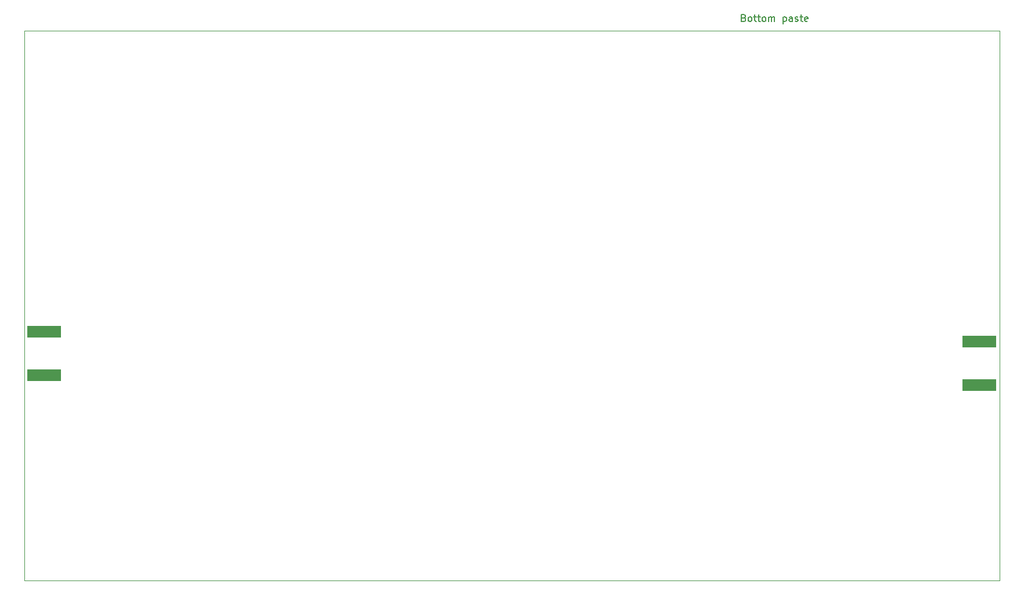
<source format=gbr>
G04 #@! TF.GenerationSoftware,KiCad,Pcbnew,(5.1.6)-1*
G04 #@! TF.CreationDate,2020-09-08T15:56:58+05:30*
G04 #@! TF.ProjectId,rj-2-4ghz-filter-amp,726a2d32-2d34-4676-987a-2d66696c7465,rev?*
G04 #@! TF.SameCoordinates,Original*
G04 #@! TF.FileFunction,Paste,Bot*
G04 #@! TF.FilePolarity,Positive*
%FSLAX46Y46*%
G04 Gerber Fmt 4.6, Leading zero omitted, Abs format (unit mm)*
G04 Created by KiCad (PCBNEW (5.1.6)-1) date 2020-09-08 15:56:58*
%MOMM*%
%LPD*%
G01*
G04 APERTURE LIST*
%ADD10C,0.150000*%
G04 #@! TA.AperFunction,Profile*
%ADD11C,0.050000*%
G04 #@! TD*
%ADD12R,5.000000X1.778000*%
G04 APERTURE END LIST*
D10*
X196092369Y-41378831D02*
X196235226Y-41426450D01*
X196282845Y-41474069D01*
X196330464Y-41569307D01*
X196330464Y-41712164D01*
X196282845Y-41807402D01*
X196235226Y-41855021D01*
X196139988Y-41902640D01*
X195759036Y-41902640D01*
X195759036Y-40902640D01*
X196092369Y-40902640D01*
X196187607Y-40950260D01*
X196235226Y-40997879D01*
X196282845Y-41093117D01*
X196282845Y-41188355D01*
X196235226Y-41283593D01*
X196187607Y-41331212D01*
X196092369Y-41378831D01*
X195759036Y-41378831D01*
X196901893Y-41902640D02*
X196806655Y-41855021D01*
X196759036Y-41807402D01*
X196711417Y-41712164D01*
X196711417Y-41426450D01*
X196759036Y-41331212D01*
X196806655Y-41283593D01*
X196901893Y-41235974D01*
X197044750Y-41235974D01*
X197139988Y-41283593D01*
X197187607Y-41331212D01*
X197235226Y-41426450D01*
X197235226Y-41712164D01*
X197187607Y-41807402D01*
X197139988Y-41855021D01*
X197044750Y-41902640D01*
X196901893Y-41902640D01*
X197520940Y-41235974D02*
X197901893Y-41235974D01*
X197663798Y-40902640D02*
X197663798Y-41759783D01*
X197711417Y-41855021D01*
X197806655Y-41902640D01*
X197901893Y-41902640D01*
X198092369Y-41235974D02*
X198473321Y-41235974D01*
X198235226Y-40902640D02*
X198235226Y-41759783D01*
X198282845Y-41855021D01*
X198378083Y-41902640D01*
X198473321Y-41902640D01*
X198949512Y-41902640D02*
X198854274Y-41855021D01*
X198806655Y-41807402D01*
X198759036Y-41712164D01*
X198759036Y-41426450D01*
X198806655Y-41331212D01*
X198854274Y-41283593D01*
X198949512Y-41235974D01*
X199092369Y-41235974D01*
X199187607Y-41283593D01*
X199235226Y-41331212D01*
X199282845Y-41426450D01*
X199282845Y-41712164D01*
X199235226Y-41807402D01*
X199187607Y-41855021D01*
X199092369Y-41902640D01*
X198949512Y-41902640D01*
X199711417Y-41902640D02*
X199711417Y-41235974D01*
X199711417Y-41331212D02*
X199759036Y-41283593D01*
X199854274Y-41235974D01*
X199997131Y-41235974D01*
X200092369Y-41283593D01*
X200139988Y-41378831D01*
X200139988Y-41902640D01*
X200139988Y-41378831D02*
X200187607Y-41283593D01*
X200282845Y-41235974D01*
X200425702Y-41235974D01*
X200520940Y-41283593D01*
X200568560Y-41378831D01*
X200568560Y-41902640D01*
X201806655Y-41235974D02*
X201806655Y-42235974D01*
X201806655Y-41283593D02*
X201901893Y-41235974D01*
X202092369Y-41235974D01*
X202187607Y-41283593D01*
X202235226Y-41331212D01*
X202282845Y-41426450D01*
X202282845Y-41712164D01*
X202235226Y-41807402D01*
X202187607Y-41855021D01*
X202092369Y-41902640D01*
X201901893Y-41902640D01*
X201806655Y-41855021D01*
X203139988Y-41902640D02*
X203139988Y-41378831D01*
X203092369Y-41283593D01*
X202997131Y-41235974D01*
X202806655Y-41235974D01*
X202711417Y-41283593D01*
X203139988Y-41855021D02*
X203044750Y-41902640D01*
X202806655Y-41902640D01*
X202711417Y-41855021D01*
X202663798Y-41759783D01*
X202663798Y-41664545D01*
X202711417Y-41569307D01*
X202806655Y-41521688D01*
X203044750Y-41521688D01*
X203139988Y-41474069D01*
X203568560Y-41855021D02*
X203663798Y-41902640D01*
X203854274Y-41902640D01*
X203949512Y-41855021D01*
X203997131Y-41759783D01*
X203997131Y-41712164D01*
X203949512Y-41616926D01*
X203854274Y-41569307D01*
X203711417Y-41569307D01*
X203616179Y-41521688D01*
X203568560Y-41426450D01*
X203568560Y-41378831D01*
X203616179Y-41283593D01*
X203711417Y-41235974D01*
X203854274Y-41235974D01*
X203949512Y-41283593D01*
X204282845Y-41235974D02*
X204663798Y-41235974D01*
X204425702Y-40902640D02*
X204425702Y-41759783D01*
X204473321Y-41855021D01*
X204568560Y-41902640D01*
X204663798Y-41902640D01*
X205378083Y-41855021D02*
X205282845Y-41902640D01*
X205092369Y-41902640D01*
X204997131Y-41855021D01*
X204949512Y-41759783D01*
X204949512Y-41378831D01*
X204997131Y-41283593D01*
X205092369Y-41235974D01*
X205282845Y-41235974D01*
X205378083Y-41283593D01*
X205425702Y-41378831D01*
X205425702Y-41474069D01*
X204949512Y-41569307D01*
D11*
X233400600Y-43286680D02*
X91183460Y-43286680D01*
X91183460Y-43286680D02*
X91183460Y-123548140D01*
X233400600Y-123548140D02*
X233400600Y-43286680D01*
X91183460Y-123548140D02*
X233400600Y-123548140D01*
D12*
X230474520Y-95014571D03*
X230474520Y-88664571D03*
X94073980Y-93538040D03*
X94073980Y-87188040D03*
M02*

</source>
